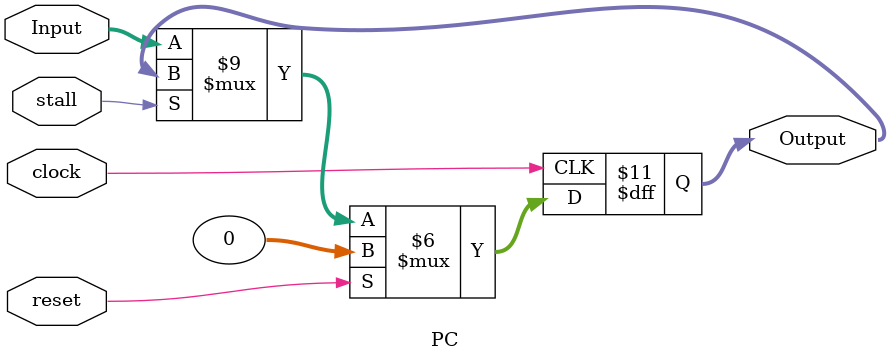
<source format=v>
`timescale 1ns / 1ps
module PC(clock, reset, Input, Output, stall);
    input clock;
	 input reset;
	 input [31:0] Input;
	 input stall;
	 output reg [31:0] Output;
	 initial begin
	    Output = 0;
	 end
	 always @ (posedge clock)
	 begin	     
		 if (!stall) Output = Input;
		 if (reset==1) Output = 32'h00000000;
	 end

endmodule
</source>
